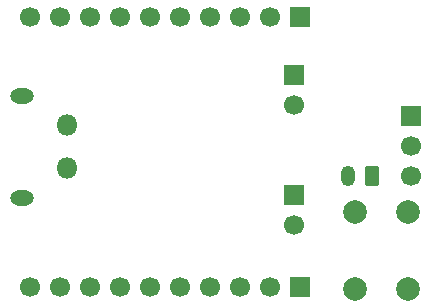
<source format=gbr>
%TF.GenerationSoftware,KiCad,Pcbnew,9.0.6-rc1*%
%TF.CreationDate,2025-12-07T23:50:49+09:00*%
%TF.ProjectId,tp4056,74703430-3536-42e6-9b69-6361645f7063,rev?*%
%TF.SameCoordinates,Original*%
%TF.FileFunction,Soldermask,Bot*%
%TF.FilePolarity,Negative*%
%FSLAX46Y46*%
G04 Gerber Fmt 4.6, Leading zero omitted, Abs format (unit mm)*
G04 Created by KiCad (PCBNEW 9.0.6-rc1) date 2025-12-07 23:50:49*
%MOMM*%
%LPD*%
G01*
G04 APERTURE LIST*
G04 Aperture macros list*
%AMRoundRect*
0 Rectangle with rounded corners*
0 $1 Rounding radius*
0 $2 $3 $4 $5 $6 $7 $8 $9 X,Y pos of 4 corners*
0 Add a 4 corners polygon primitive as box body*
4,1,4,$2,$3,$4,$5,$6,$7,$8,$9,$2,$3,0*
0 Add four circle primitives for the rounded corners*
1,1,$1+$1,$2,$3*
1,1,$1+$1,$4,$5*
1,1,$1+$1,$6,$7*
1,1,$1+$1,$8,$9*
0 Add four rect primitives between the rounded corners*
20,1,$1+$1,$2,$3,$4,$5,0*
20,1,$1+$1,$4,$5,$6,$7,0*
20,1,$1+$1,$6,$7,$8,$9,0*
20,1,$1+$1,$8,$9,$2,$3,0*%
G04 Aperture macros list end*
%ADD10C,2.000000*%
%ADD11R,1.700000X1.700000*%
%ADD12C,1.700000*%
%ADD13RoundRect,0.250000X0.350000X0.625000X-0.350000X0.625000X-0.350000X-0.625000X0.350000X-0.625000X0*%
%ADD14O,1.200000X1.750000*%
%ADD15O,1.800000X1.800000*%
%ADD16O,2.000000X1.300000*%
G04 APERTURE END LIST*
D10*
%TO.C,SW1*%
X164338000Y-99568000D03*
X164338000Y-106068000D03*
X159838000Y-99568000D03*
X159838000Y-106068000D03*
%TD*%
D11*
%TO.C,J6*%
X154686000Y-98094000D03*
D12*
X154686000Y-100634000D03*
%TD*%
D11*
%TO.C,J8*%
X154686000Y-87934000D03*
D12*
X154686000Y-90474000D03*
%TD*%
D11*
%TO.C,J3*%
X155194000Y-105918000D03*
D12*
X152654000Y-105918000D03*
X150114000Y-105918000D03*
X147574000Y-105918000D03*
X145034000Y-105918000D03*
X142494000Y-105918000D03*
X139954000Y-105918000D03*
X137414000Y-105918000D03*
X134874000Y-105918000D03*
X132334000Y-105918000D03*
%TD*%
D11*
%TO.C,SW2*%
X164592000Y-91440000D03*
D12*
X164592000Y-93980000D03*
X164592000Y-96520000D03*
%TD*%
D13*
%TO.C,J4*%
X161290000Y-96520000D03*
D14*
X159290000Y-96520000D03*
%TD*%
D15*
%TO.C,J1*%
X135484000Y-92230000D03*
X135484000Y-95830000D03*
D16*
X131684000Y-89710000D03*
X131684000Y-98350000D03*
%TD*%
D11*
%TO.C,J2*%
X155194000Y-83058000D03*
D12*
X152654000Y-83058000D03*
X150114000Y-83058000D03*
X147574000Y-83058000D03*
X145034000Y-83058000D03*
X142494000Y-83058000D03*
X139954000Y-83058000D03*
X137414000Y-83058000D03*
X134874000Y-83058000D03*
X132334000Y-83058000D03*
%TD*%
M02*

</source>
